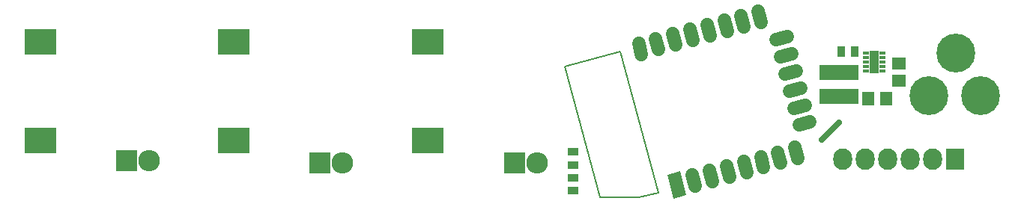
<source format=gbr>
G04 #@! TF.FileFunction,Soldermask,Top*
%FSLAX46Y46*%
G04 Gerber Fmt 4.6, Leading zero omitted, Abs format (unit mm)*
G04 Created by KiCad (PCBNEW 4.0.0-rc1-stable) date 2/20/2017 10:27:06 PM*
%MOMM*%
G01*
G04 APERTURE LIST*
%ADD10C,0.100000*%
%ADD11C,0.700000*%
%ADD12C,0.200000*%
%ADD13C,1.500000*%
%ADD14R,3.600000X2.900000*%
%ADD15C,4.400000*%
%ADD16R,1.650000X1.400000*%
%ADD17R,1.400000X1.650000*%
%ADD18R,4.400000X1.700000*%
%ADD19R,2.127200X2.432000*%
%ADD20O,2.127200X2.432000*%
%ADD21R,0.640000X0.390000*%
%ADD22R,0.980000X2.540000*%
%ADD23R,2.432000X2.432000*%
%ADD24O,2.432000X2.432000*%
%ADD25R,0.900000X1.300000*%
%ADD26R,1.300000X0.900000*%
G04 APERTURE END LIST*
D10*
D11*
X164401500Y-106616500D02*
X166370000Y-104648000D01*
D12*
X145923000Y-112649000D02*
X141605000Y-96647000D01*
X141605000Y-96647000D02*
X135382000Y-98298000D01*
X143764000Y-113157000D02*
X145923000Y-112649000D01*
X139319000Y-113157000D02*
X143764000Y-113157000D01*
X135382000Y-98298000D02*
X139319000Y-113157000D01*
D13*
X163072568Y-104597701D02*
X161816864Y-104934165D01*
X162554930Y-102665849D02*
X161299226Y-103002313D01*
X162037292Y-100733998D02*
X160781588Y-101070462D01*
X161519654Y-98802146D02*
X160263950Y-99138610D01*
X161002015Y-96870294D02*
X159746311Y-97206758D01*
X160484377Y-94938443D02*
X159228673Y-95274907D01*
D10*
G36*
X149092044Y-112888633D02*
X147643155Y-113276861D01*
X146918462Y-110572269D01*
X148367351Y-110184041D01*
X149092044Y-112888633D01*
X149092044Y-112888633D01*
G37*
D13*
X150105337Y-111840665D02*
X149768873Y-110584961D01*
X152037188Y-111323027D02*
X151700724Y-110067323D01*
X153969040Y-110805389D02*
X153632576Y-109549685D01*
X155900892Y-110287751D02*
X155564428Y-109032047D01*
X157832743Y-109770113D02*
X157496279Y-108514409D01*
X159764595Y-109252474D02*
X159428131Y-107996770D01*
X161696447Y-108734836D02*
X161359983Y-107479132D01*
X157555342Y-93280023D02*
X157218878Y-92024319D01*
X155623490Y-93797661D02*
X155287026Y-92541957D01*
X153691639Y-94315299D02*
X153355175Y-93059595D01*
X151759787Y-94832937D02*
X151423323Y-93577233D01*
X149827935Y-95350576D02*
X149491471Y-94094872D01*
X147896084Y-95868214D02*
X147559620Y-94612510D01*
X145964232Y-96385852D02*
X145627768Y-95130148D01*
X144032380Y-96903490D02*
X143695916Y-95647786D01*
D14*
X97917000Y-95541204D03*
X97917000Y-106641204D03*
X119888000Y-95541204D03*
X119888000Y-106641204D03*
X76073000Y-95541204D03*
X76073000Y-106641204D03*
D15*
X176530000Y-101600000D03*
X182330000Y-101600000D03*
X179530000Y-96800000D03*
D16*
X173095186Y-97930308D03*
X173095186Y-99930308D03*
D17*
X169682186Y-101978308D03*
X171682186Y-101978308D03*
D18*
X166364186Y-98977308D03*
X166364186Y-101677308D03*
D19*
X179451000Y-108839000D03*
D20*
X176911000Y-108839000D03*
X174371000Y-108839000D03*
X171831000Y-108839000D03*
X169291000Y-108839000D03*
X166751000Y-108839000D03*
D21*
X171251186Y-98787308D03*
X171251186Y-98287308D03*
X171251186Y-97787308D03*
X171251186Y-97287308D03*
X171251186Y-96787308D03*
X169351186Y-97787308D03*
X169351186Y-98287308D03*
X169351186Y-98787308D03*
X169351186Y-97287308D03*
X169351186Y-96787308D03*
D22*
X170301186Y-97787308D03*
X170301186Y-97787308D03*
D23*
X85852000Y-108966000D03*
D24*
X88392000Y-108966000D03*
D23*
X129667000Y-109220000D03*
D24*
X132207000Y-109220000D03*
D23*
X107696000Y-109220000D03*
D24*
X110236000Y-109220000D03*
D25*
X166630186Y-96644308D03*
X168130186Y-96644308D03*
D26*
X136296400Y-112382300D03*
X136296400Y-110882300D03*
X136296400Y-107948600D03*
X136296400Y-109448600D03*
M02*

</source>
